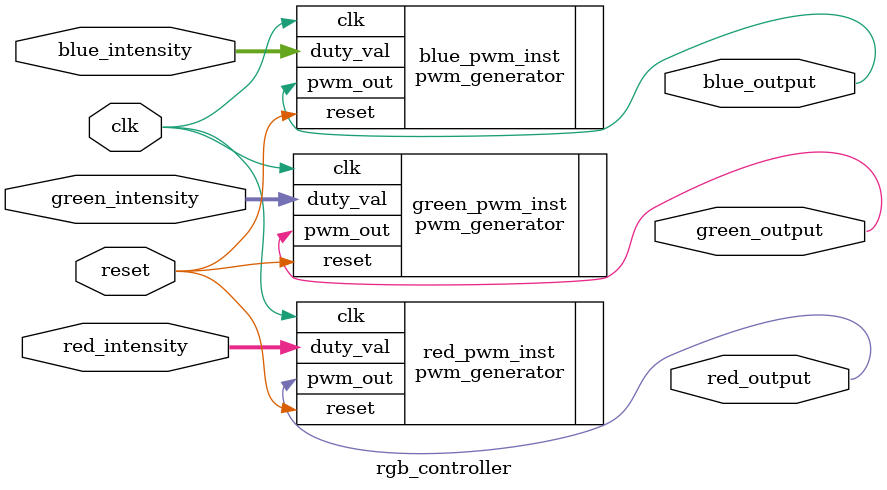
<source format=v>
`timescale 1ns / 1ps


module rgb_controller
 #(parameter CNT_WIDTH = 8)
 (
    input wire clk,
    input wire reset,
    input wire [CNT_WIDTH-1:0] red_intensity,
    input wire [CNT_WIDTH-1:0] green_intensity,
    input wire [CNT_WIDTH-1:0] blue_intensity,
    output wire red_output,
    output wire green_output,
    output wire blue_output
);

    pwm_generator #(.CNT_WIDTH(CNT_WIDTH)) red_pwm_inst (
        .clk(clk),
        .reset(reset),
        .duty_val(red_intensity),
        .pwm_out(red_output)
    );

    pwm_generator #(.CNT_WIDTH(CNT_WIDTH)) green_pwm_inst (
        .clk(clk),
        .reset(reset),
        .duty_val(green_intensity),
        .pwm_out(green_output)
    );

    pwm_generator #(.CNT_WIDTH(CNT_WIDTH)) blue_pwm_inst (
        .clk(clk),
        .reset(reset),
        .duty_val(blue_intensity),
        .pwm_out(blue_output)
    );

endmodule


</source>
